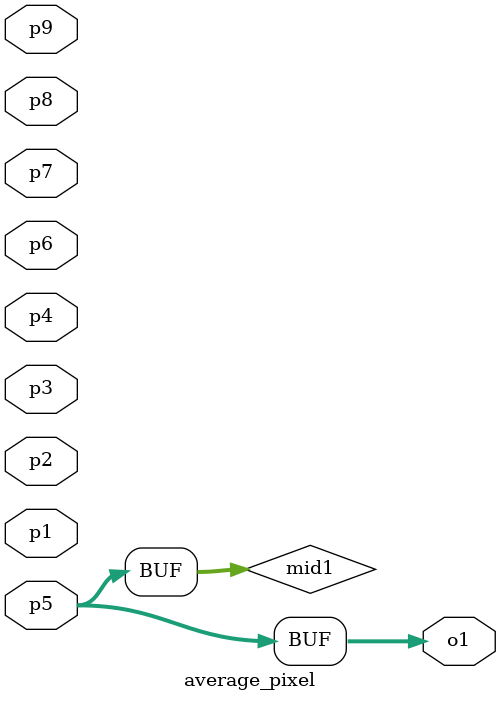
<source format=v>
`timescale 1ns / 1ps


module average_pixel(
input [3:0] p1,p2,p3,p4,p5,p6,p7,p8,p9,
output [3:0] o1
    );
    
    reg [3:0] mid1;
    always@(*)
    begin
        mid1=(p5);
    end
    assign o1=mid1;
    
endmodule
</source>
